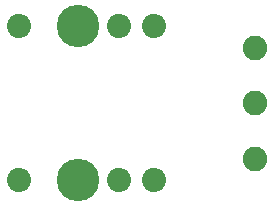
<source format=gbr>
G04 #@! TF.GenerationSoftware,KiCad,Pcbnew,(5.0.0)*
G04 #@! TF.CreationDate,2018-08-29T10:59:05+02:00*
G04 #@! TF.ProjectId,1u_mute,31755F6D7574652E6B696361645F7063,rev?*
G04 #@! TF.SameCoordinates,Original*
G04 #@! TF.FileFunction,Soldermask,Bot*
G04 #@! TF.FilePolarity,Negative*
%FSLAX46Y46*%
G04 Gerber Fmt 4.6, Leading zero omitted, Abs format (unit mm)*
G04 Created by KiCad (PCBNEW (5.0.0)) date 08/29/18 10:59:05*
%MOMM*%
%LPD*%
G01*
G04 APERTURE LIST*
%ADD10C,3.600000*%
%ADD11C,2.048460*%
%ADD12C,2.082800*%
G04 APERTURE END LIST*
D10*
G04 #@! TO.C,J_OUT_1*
X6500000Y-17500000D03*
D11*
X12999860Y-17500000D03*
X9997580Y-17500000D03*
X1501280Y-17500000D03*
G04 #@! TD*
G04 #@! TO.C,J_IN_1*
X1501280Y-4500000D03*
X9997580Y-4500000D03*
X12999860Y-4500000D03*
D10*
X6500000Y-4500000D03*
G04 #@! TD*
D12*
G04 #@! TO.C,SW1*
X21500000Y-15700000D03*
X21500000Y-11000000D03*
X21500000Y-6300000D03*
G04 #@! TD*
M02*

</source>
